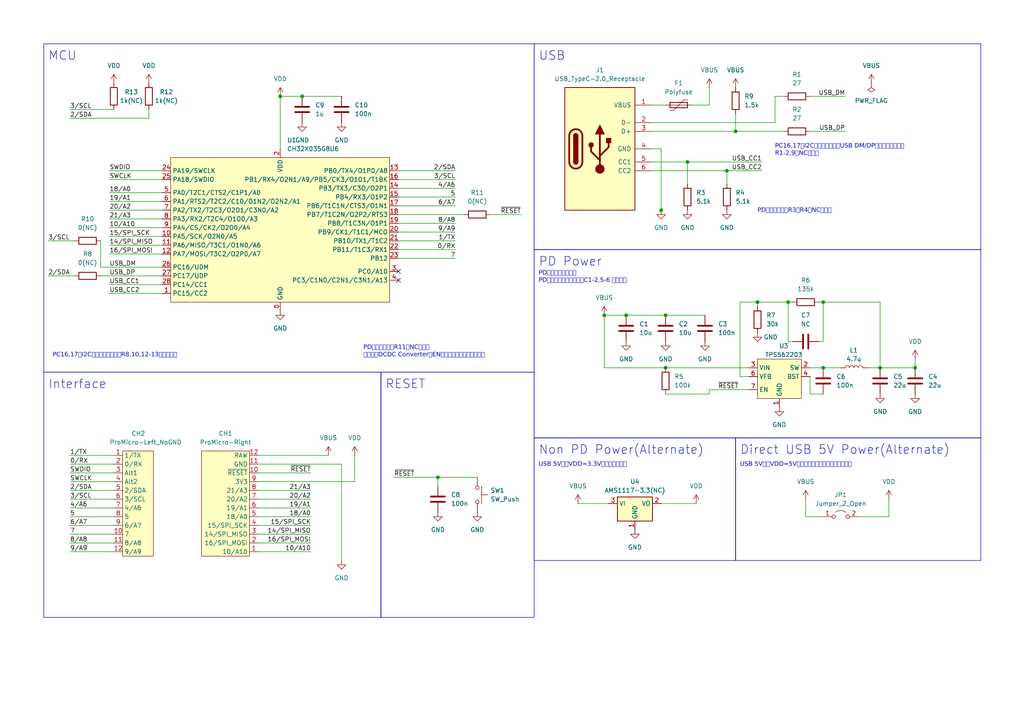
<source format=kicad_sch>
(kicad_sch (version 20230121) (generator eeschema)
  (paper "A4")
  (lib_symbols
    (symbol "74th_Interface:ProMicro-Left_NoGND"
      (property "Reference" "CH" (at 0 12.7 0))
      (property "Value" "ProMicro-Left_NoGND" (at 0 15.24 0))
      (symbol "ProMicro-Left_NoGND_0_1"
        (rectangle (start -3.81 11.43) (end 5.08 -19.05) (stroke (width 0.1524)) (fill (type background)))
      )
      (symbol "ProMicro-Left_NoGND_1_1"
        (pin bidirectional line (at -6.35 10.16 0) (length 2.54) (name "1/TX") (number "1"))
        (pin bidirectional line (at -6.35 -12.7 0) (length 2.54) (name "7") (number "10"))
        (pin bidirectional line (at -6.35 -15.24 0) (length 2.54) (name "8/A8") (number "11"))
        (pin bidirectional line (at -6.35 -17.78 0) (length 2.54) (name "9/A9") (number "12"))
        (pin bidirectional line (at -6.35 7.62 0) (length 2.54) (name "0/RX") (number "2"))
        (pin bidirectional line (at -6.35 5.08 0) (length 2.54) (name "Alt1") (number "3"))
        (pin bidirectional line (at -6.35 2.54 0) (length 2.54) (name "Alt2") (number "4"))
        (pin bidirectional line (at -6.35 0 0) (length 2.54) (name "2/SDA") (number "5"))
        (pin bidirectional line (at -6.35 -2.54 0) (length 2.54) (name "3/SCL") (number "6"))
        (pin bidirectional line (at -6.35 -5.08 0) (length 2.54) (name "4/A6") (number "7"))
        (pin bidirectional line (at -6.35 -7.62 0) (length 2.54) (name "5") (number "8"))
        (pin bidirectional line (at -6.35 -10.16 0) (length 2.54) (name "6/A7") (number "9"))
      )
    )
    (symbol "74th_Interface:ProMicro-Right"
      (property "Reference" "CH" (at 0 12.7 0))
      (property "Value" "ProMicro-Right" (at 0 15.24 0))
      (symbol "ProMicro-Right_0_1"
        (rectangle (start -3.81 11.43) (end 10.16 -19.05) (stroke (width 0.1524)) (fill (type background)))
      )
      (symbol "ProMicro-Right_1_1"
        (pin bidirectional line (at 12.7 -17.78 180) (length 2.54) (name "10/A10") (number "1"))
        (pin input line (at 12.7 5.08 180) (length 2.54) (name "~{RESET}") (number "10"))
        (pin power_in line (at 12.7 7.62 180) (length 2.54) (name "GND") (number "11"))
        (pin power_in line (at 12.7 10.16 180) (length 2.54) (name "RAW") (number "12"))
        (pin bidirectional line (at 12.7 -15.24 180) (length 2.54) (name "16/SPI_MOSI") (number "2"))
        (pin bidirectional line (at 12.7 -12.7 180) (length 2.54) (name "14/SPI_MISO") (number "3"))
        (pin bidirectional line (at 12.7 -10.16 180) (length 2.54) (name "15/SPI_SCK") (number "4"))
        (pin bidirectional line (at 12.7 -7.62 180) (length 2.54) (name "18/A0") (number "5"))
        (pin bidirectional line (at 12.7 -5.08 180) (length 2.54) (name "19/A1") (number "6"))
        (pin bidirectional line (at 12.7 -2.54 180) (length 2.54) (name "20/A2") (number "7"))
        (pin bidirectional line (at 12.7 0 180) (length 2.54) (name "21/A3") (number "8"))
        (pin power_in line (at 12.7 2.54 180) (length 2.54) (name "3V3") (number "9"))
      )
    )
    (symbol "74th_Interface:USB_TypeC-2.0_Receptacle" (pin_names (offset 1.016))
      (property "Reference" "J" (at -10.16 19.05 0))
      (property "Value" "USB_TypeC-2.0_Receptacle" (at 15.24 19.05 0))
      (symbol "USB_TypeC-2.0_Receptacle_0_1"
        (rectangle (start -10.16 17.78) (end 10.16 -17.78) (stroke (width 0.254)) (fill (type background)))
        (arc (start -8.89 -3.81) (mid -6.985 -5.7067) (end -5.08 -3.81) (stroke (width 0.508)))
        (arc (start -7.62 -3.81) (mid -6.985 -4.4423) (end -6.35 -3.81) (stroke (width 0.254)))
        (arc (start -7.62 -3.81) (mid -6.985 -4.4423) (end -6.35 -3.81) (stroke (width 0.254)) (fill (type outline)))
        (rectangle (start -7.62 -3.81) (end -6.35 3.81) (stroke (width 0.254)) (fill (type outline)))
        (arc (start -6.35 3.81) (mid -6.985 4.4423) (end -7.62 3.81) (stroke (width 0.254)))
        (arc (start -6.35 3.81) (mid -6.985 4.4423) (end -7.62 3.81) (stroke (width 0.254)) (fill (type outline)))
        (arc (start -5.08 3.81) (mid -6.985 5.7067) (end -8.89 3.81) (stroke (width 0.508)))
        (circle (center -2.54 1.143) (radius 0.635) (stroke (width 0.254)) (fill (type outline)))
        (circle (center 0 -5.842) (radius 1.27) (fill (type outline)))
        (polyline (pts (xy -8.89 -3.81) (xy -8.89 3.81)) (stroke (width 0.508)))
        (polyline (pts (xy -5.08 3.81) (xy -5.08 -3.81)) (stroke (width 0.508)))
        (polyline (pts (xy 0 -5.842) (xy 0 4.318)) (stroke (width 0.508)))
        (polyline (pts (xy 0 -3.302) (xy -2.54 -0.762) (xy -2.54 0.508)) (stroke (width 0.508)))
        (polyline (pts (xy 0 -2.032) (xy 2.54 0.508) (xy 2.54 1.778)) (stroke (width 0.508)))
        (polyline (pts (xy -1.27 4.318) (xy 0 6.858) (xy 1.27 4.318) (xy -1.27 4.318)) (stroke (width 0.254)) (fill (type outline)))
        (rectangle (start 1.905 1.778) (end 3.175 3.048) (stroke (width 0.254)) (fill (type outline)))
      )
      (symbol "USB_TypeC-2.0_Receptacle_1_1"
        (pin power_out line (at 15.24 12.7 180) (length 5.08) (name "VBUS") (number "1"))
        (pin bidirectional line (at 15.24 7.62 180) (length 5.08) (name "D-") (number "2"))
        (pin bidirectional line (at 15.24 5.08 180) (length 5.08) (name "D+") (number "3"))
        (pin power_out line (at 15.24 0 180) (length 5.08) (name "GND") (number "4"))
        (pin input line (at 15.24 -3.81 180) (length 5.08) (name "CC1") (number "5"))
        (pin input line (at 15.24 -6.35 180) (length 5.08) (name "CC2") (number "6"))
      )
    )
    (symbol "74th_MCU:CH32X035G8U6"
      (property "Reference" "U" (at 13.97 3.81 0))
      (property "Value" "CH32X035G8U6" (at 22.86 -40.64 0))
      (symbol "CH32X035G8U6_0_1"
        (rectangle (start -31.75 2.54) (end 31.75 -39.37) (fill (type background)))
      )
      (symbol "CH32X035G8U6_1_1"
        (pin power_in line (at 0 -41.91 90) (length 2.54) (name "GND") (number "0"))
        (pin bidirectional line (at -34.29 -36.83 0) (length 2.54) (name "PC15/CC2") (number "1"))
        (pin bidirectional line (at -34.29 -20.32 0) (length 2.54) (name "PA5/SCK/O2N0/A5") (number "10"))
        (pin bidirectional line (at -34.29 -22.86 0) (length 2.54) (name "PA6/MISO/T3C1/O1N0/A6") (number "11"))
        (pin bidirectional line (at -34.29 -25.4 0) (length 2.54) (name "PA7/MOSI/T3C2/O2P0/A7") (number "12"))
        (pin bidirectional line (at 34.29 -1.27 180) (length 2.54) (name "PB0/TX4/O1P0/A8") (number "13"))
        (pin bidirectional line (at 34.29 -6.35 180) (length 2.54) (name "PB3/TX3/C3O/O2P1") (number "14"))
        (pin bidirectional line (at 34.29 -8.89 180) (length 2.54) (name "PB4/RX3/O1P2") (number "15"))
        (pin bidirectional line (at 34.29 -3.81 180) (length 2.54) (name "PB1/RX4/O2N1/A9/PB5/CK3/O1O1/T1BK") (number "16"))
        (pin bidirectional line (at 34.29 -11.43 180) (length 2.54) (name "PB6/T1C1N/CTS3/O1N1") (number "17"))
        (pin bidirectional line (at 34.29 -13.97 180) (length 2.54) (name "PB7/T1C2N/O2P2/RTS3") (number "18"))
        (pin bidirectional line (at 34.29 -16.51 180) (length 2.54) (name "PB8/T1C3N/O1P1") (number "19"))
        (pin power_in line (at 0 5.08 270) (length 2.54) (name "VDD") (number "2"))
        (pin bidirectional line (at 34.29 -19.05 180) (length 2.54) (name "PB9/CK1/T1C1/MCO") (number "20"))
        (pin bidirectional line (at 34.29 -21.59 180) (length 2.54) (name "PB10/TX1/T1C2") (number "21"))
        (pin bidirectional line (at 34.29 -24.13 180) (length 2.54) (name "PB11/T1C3/RX1") (number "22"))
        (pin bidirectional line (at 34.29 -26.67 180) (length 2.54) (name "PB12") (number "23"))
        (pin bidirectional line (at -34.29 -1.27 0) (length 2.54) (name "PA19/SWCLK") (number "24"))
        (pin bidirectional line (at -34.29 -3.81 0) (length 2.54) (name "PA18/SWDIO") (number "25"))
        (pin bidirectional line (at -34.29 -29.21 0) (length 2.54) (name "PC16/UDM") (number "26"))
        (pin bidirectional line (at -34.29 -31.75 0) (length 2.54) (name "PC17/UDP") (number "27"))
        (pin bidirectional line (at -34.29 -34.29 0) (length 2.54) (name "PC14/CC1") (number "28"))
        (pin bidirectional line (at 34.29 -30.48 180) (length 2.54) (name "PC0/A10") (number "3"))
        (pin bidirectional line (at 34.29 -33.02 180) (length 2.54) (name "PC3/C1N0/C2N1/C3N1/A13") (number "4"))
        (pin bidirectional line (at -34.29 -7.62 0) (length 2.54) (name "PA0/T2C1/CTS2/C1P1/A0") (number "5"))
        (pin bidirectional line (at -34.29 -10.16 0) (length 2.54) (name "PA1/RTS2/T2C2/C10/O1N2/O2N2/A1") (number "6"))
        (pin bidirectional line (at -34.29 -12.7 0) (length 2.54) (name "PA2/TX2/T2C3/O2O1/C3N0/A2") (number "7"))
        (pin bidirectional line (at -34.29 -15.24 0) (length 2.54) (name "PA3/RX2/T2C4/O1O0/A3") (number "8"))
        (pin bidirectional line (at -34.29 -17.78 0) (length 2.54) (name "PA4/CS/CK2/O2O0/A4") (number "9"))
      )
    )
    (symbol "74th_Passive:AMS1117-3.3_Regulator_SOT89"
      (property "Reference" "U" (at -3.81 3.175 0))
      (property "Value" "AMS1117" (at 0 3.175 0))
      (symbol "AMS1117-3.3_Regulator_SOT89_0_1"
        (rectangle (start -5.08 1.905) (end 5.08 -5.08) (stroke (width 0.254)) (fill (type background)))
      )
      (symbol "AMS1117-3.3_Regulator_SOT89_1_1"
        (pin power_in line (at 0 -7.62 90) (length 2.54) (name "GND") (number "1"))
        (pin power_out line (at 7.62 0 180) (length 2.54) (name "VO") (number "2"))
        (pin power_in line (at -7.62 0 0) (length 2.54) (name "VI") (number "3"))
      )
    )
    (symbol "74th_Passive:TPS56220x_Step-Down-DCDC-Converter"
      (property "Reference" "U" (at 0 7.62 0))
      (property "Value" "TPS562203" (at 0 5.08 0))
      (symbol "TPS56220x_Step-Down-DCDC-Converter_1_1"
        (rectangle (start -6.35 3.81) (end 6.35 -7.62) (fill (type background)))
        (pin power_in line (at 0 -10.16 90) (length 2.54) (name "GND") (number "1"))
        (pin power_out line (at 8.89 1.27 180) (length 2.54) (name "SW") (number "2"))
        (pin power_in line (at -8.89 1.27 0) (length 2.54) (name "VIN") (number "3"))
        (pin power_out line (at 8.89 -1.27 180) (length 2.54) (name "BST") (number "4"))
        (pin input line (at -8.89 -1.27 0) (length 2.54) (name "VFB") (number "6"))
        (pin input line (at -8.89 -5.08 0) (length 2.54) (name "EN") (number "7"))
      )
    )
    (symbol "Device:C" (pin_numbers hide) (pin_names (offset 0.254))
      (property "Reference" "C" (at 0.635 2.54 0))
      (property "Value" "C" (at 0.635 -2.54 0))
      (symbol "C_0_1"
        (polyline (pts (xy -2.032 -0.762) (xy 2.032 -0.762)) (stroke (width 0.508)))
        (polyline (pts (xy -2.032 0.762) (xy 2.032 0.762)) (stroke (width 0.508)))
      )
      (symbol "C_1_1"
        (pin passive line (at 0 3.81 270) (length 2.794) (name "~") (number "1"))
        (pin passive line (at 0 -3.81 90) (length 2.794) (name "~") (number "2"))
      )
    )
    (symbol "Device:L" (pin_numbers hide) (pin_names (offset 1.016) hide)
      (property "Reference" "L" (at -1.27 0 90))
      (property "Value" "L" (at 1.905 0 90))
      (symbol "L_0_1"
        (arc (start 0 -2.54) (mid 0.6323 -1.905) (end 0 -1.27))
        (arc (start 0 -1.27) (mid 0.6323 -0.635) (end 0 0))
        (arc (start 0 0) (mid 0.6323 0.635) (end 0 1.27))
        (arc (start 0 1.27) (mid 0.6323 1.905) (end 0 2.54))
      )
      (symbol "L_1_1"
        (pin passive line (at 0 3.81 270) (length 1.27) (name "1") (number "1"))
        (pin passive line (at 0 -3.81 90) (length 1.27) (name "2") (number "2"))
      )
    )
    (symbol "Device:Polyfuse" (pin_numbers hide) (pin_names (offset 0))
      (property "Reference" "F" (at -2.54 0 90))
      (property "Value" "Polyfuse" (at 2.54 0 90))
      (symbol "Polyfuse_0_1"
        (rectangle (start -0.762 2.54) (end 0.762 -2.54) (stroke (width 0.254)))
        (polyline (pts (xy 0 2.54) (xy 0 -2.54)))
        (polyline (pts (xy -1.524 2.54) (xy -1.524 1.524) (xy 1.524 -1.524) (xy 1.524 -2.54)))
      )
      (symbol "Polyfuse_1_1"
        (pin passive line (at 0 3.81 270) (length 1.27) (name "~") (number "1"))
        (pin passive line (at 0 -3.81 90) (length 1.27) (name "~") (number "2"))
      )
    )
    (symbol "Device:R" (pin_numbers hide) (pin_names (offset 0))
      (property "Reference" "R" (at 2.032 0 90))
      (property "Value" "R" (at 0 0 90))
      (symbol "R_0_1"
        (rectangle (start -1.016 -2.54) (end 1.016 2.54) (stroke (width 0.254)))
      )
      (symbol "R_1_1"
        (pin passive line (at 0 3.81 270) (length 1.27) (name "~") (number "1"))
        (pin passive line (at 0 -3.81 90) (length 1.27) (name "~") (number "2"))
      )
    )
    (symbol "Jumper:Jumper_2_Open" (pin_names (offset 0) hide)
      (property "Reference" "JP" (at 0 2.794 0))
      (property "Value" "Jumper_2_Open" (at 0 -2.286 0))
      (symbol "Jumper_2_Open_0_0"
        (circle (center -2.032 0) (radius 0.508))
        (circle (center 2.032 0) (radius 0.508))
      )
      (symbol "Jumper_2_Open_0_1"
        (arc (start 1.524 1.27) (mid 0 1.778) (end -1.524 1.27))
      )
      (symbol "Jumper_2_Open_1_1"
        (pin passive line (at -5.08 0 0) (length 2.54) (name "A") (number "1"))
        (pin passive line (at 5.08 0 180) (length 2.54) (name "B") (number "2"))
      )
    )
    (symbol "Switch:SW_Push" (pin_numbers hide) (pin_names (offset 1.016) hide)
      (property "Reference" "SW" (at 1.27 2.54 0))
      (property "Value" "SW_Push" (at 0 -1.524 0))
      (symbol "SW_Push_0_1"
        (circle (center -2.032 0) (radius 0.508))
        (polyline (pts (xy 0 1.27) (xy 0 3.048)))
        (polyline (pts (xy 2.54 1.27) (xy -2.54 1.27)))
        (circle (center 2.032 0) (radius 0.508))
        (pin passive line (at -5.08 0 0) (length 2.54) (name "1") (number "1"))
        (pin passive line (at 5.08 0 180) (length 2.54) (name "2") (number "2"))
      )
    )
    (symbol "power:GND" (power) (pin_names (offset 0))
      (property "Value" "GND" (at 0 -3.81 0))
      (symbol "GND_0_1"
        (polyline (pts (xy 0 0) (xy 0 -1.27) (xy 1.27 -1.27) (xy 0 -2.54) (xy -1.27 -1.27) (xy 0 -1.27)))
      )
      (symbol "GND_1_1"
        (pin power_in line (at 0 0 270) (length 0) hide (name "GND") (number "1"))
      )
    )
    (symbol "power:PWR_FLAG" (power) (pin_numbers hide) (pin_names (offset 0) hide)
      (property "Value" "PWR_FLAG" (at 0 3.81 0))
      (symbol "PWR_FLAG_0_0"
        (pin power_out line (at 0 0 90) (length 0) (name "pwr") (number "1"))
      )
      (symbol "PWR_FLAG_0_1"
        (polyline (pts (xy 0 0) (xy 0 1.27) (xy -1.016 1.905) (xy 0 2.54) (xy 1.016 1.905) (xy 0 1.27)))
      )
    )
    (symbol "power:VBUS" (power) (pin_names (offset 0))
      (property "Value" "VBUS" (at 0 3.81 0))
      (symbol "VBUS_0_1"
        (polyline (pts (xy -0.762 1.27) (xy 0 2.54)))
        (polyline (pts (xy 0 0) (xy 0 2.54)))
        (polyline (pts (xy 0 2.54) (xy 0.762 1.27)))
      )
      (symbol "VBUS_1_1"
        (pin power_in line (at 0 0 90) (length 0) hide (name "VBUS") (number "1"))
      )
    )
    (symbol "power:VDD" (power) (pin_names (offset 0))
      (property "Value" "VDD" (at 0 3.81 0))
      (symbol "VDD_0_1"
        (polyline (pts (xy -0.762 1.27) (xy 0 2.54)))
        (polyline (pts (xy 0 0) (xy 0 2.54)))
        (polyline (pts (xy 0 2.54) (xy 0.762 1.27)))
      )
      (symbol "VDD_1_1"
        (pin power_in line (at 0 0 90) (length 0) hide (name "VDD") (number "1"))
      )
    )
  )
  (junction (at 219.71 87.63))
  (junction (at 228.6 87.63))
  (junction (at 175.26 91.44))
  (junction (at 265.43 106.68))
  (junction (at 255.27 106.68))
  (junction (at 193.04 106.68))
  (junction (at 81.28 27.94))
  (junction (at 87.63 27.94))
  (junction (at 213.36 38.1))
  (junction (at 210.82 49.53))
  (junction (at 191.77 60.96))
  (junction (at 127 138.43))
  (junction (at 193.04 91.44))
  (junction (at 199.39 46.99))
  (junction (at 238.76 106.68))
  (junction (at 181.61 91.44))
  (junction (at 238.76 87.63))
  (no_connect (at 115.57 78.74))
  (no_connect (at 115.57 81.28))
  (wire (pts (xy 228.6 87.63) (xy 228.6 99.06)))
  (wire (pts (xy 200.66 30.48) (xy 205.74 30.48)))
  (wire (pts (xy 31.75 60.96) (xy 46.99 60.96)))
  (wire (pts (xy 205.74 114.3) (xy 193.04 114.3)))
  (wire (pts (xy 74.93 132.08) (xy 95.25 132.08)))
  (wire (pts (xy 175.26 106.68) (xy 193.04 106.68)))
  (wire (pts (xy 127 138.43) (xy 138.43 138.43)))
  (wire (pts (xy 43.18 34.29) (xy 43.18 31.75)))
  (wire (pts (xy 115.57 74.93) (xy 132.08 74.93)))
  (wire (pts (xy 234.95 38.1) (xy 245.11 38.1)))
  (wire (pts (xy 31.75 52.07) (xy 46.99 52.07)))
  (wire (pts (xy 189.23 43.18) (xy 191.77 43.18)))
  (wire (pts (xy 238.76 99.06) (xy 238.76 87.63)))
  (wire (pts (xy 115.57 52.07) (xy 132.08 52.07)))
  (wire (pts (xy 205.74 30.48) (xy 205.74 25.4)))
  (wire (pts (xy 189.23 46.99) (xy 199.39 46.99)))
  (wire (pts (xy 74.93 154.94) (xy 90.17 154.94)))
  (wire (pts (xy 233.68 149.86) (xy 238.76 149.86)))
  (wire (pts (xy 205.74 113.03) (xy 217.17 113.03)))
  (wire (pts (xy 175.26 91.44) (xy 181.61 91.44)))
  (wire (pts (xy 255.27 106.68) (xy 265.43 106.68)))
  (wire (pts (xy 233.68 144.78) (xy 233.68 149.86)))
  (wire (pts (xy 115.57 67.31) (xy 132.08 67.31)))
  (wire (pts (xy 74.93 157.48) (xy 90.17 157.48)))
  (wire (pts (xy 193.04 106.68) (xy 217.17 106.68)))
  (wire (pts (xy 181.61 91.44) (xy 193.04 91.44)))
  (wire (pts (xy 114.3 138.43) (xy 127 138.43)))
  (wire (pts (xy 265.43 104.14) (xy 265.43 106.68)))
  (wire (pts (xy 214.63 109.22) (xy 214.63 87.63)))
  (wire (pts (xy 214.63 87.63) (xy 219.71 87.63)))
  (wire (pts (xy 199.39 46.99) (xy 199.39 53.34)))
  (wire (pts (xy 217.17 109.22) (xy 214.63 109.22)))
  (wire (pts (xy 193.04 91.44) (xy 204.47 91.44)))
  (wire (pts (xy 219.71 87.63) (xy 228.6 87.63)))
  (wire (pts (xy 175.26 106.68) (xy 175.26 91.44)))
  (wire (pts (xy 20.32 149.86) (xy 33.02 149.86)))
  (wire (pts (xy 115.57 64.77) (xy 132.08 64.77)))
  (wire (pts (xy 210.82 49.53) (xy 210.82 53.34)))
  (wire (pts (xy 115.57 62.23) (xy 134.62 62.23)))
  (wire (pts (xy 13.97 69.85) (xy 21.59 69.85)))
  (wire (pts (xy 74.93 134.62) (xy 99.06 134.62)))
  (wire (pts (xy 74.93 160.02) (xy 90.17 160.02)))
  (wire (pts (xy 31.75 66.04) (xy 46.99 66.04)))
  (wire (pts (xy 115.57 49.53) (xy 132.08 49.53)))
  (wire (pts (xy 191.77 60.96) (xy 191.77 62.23)))
  (wire (pts (xy 31.75 58.42) (xy 46.99 58.42)))
  (wire (pts (xy 29.21 69.85) (xy 29.21 77.47)))
  (wire (pts (xy 213.36 33.02) (xy 213.36 38.1)))
  (wire (pts (xy 176.53 146.05) (xy 167.64 146.05)))
  (wire (pts (xy 237.49 99.06) (xy 238.76 99.06)))
  (wire (pts (xy 31.75 68.58) (xy 46.99 68.58)))
  (wire (pts (xy 224.79 27.94) (xy 227.33 27.94)))
  (wire (pts (xy 20.32 139.7) (xy 33.02 139.7)))
  (wire (pts (xy 31.75 55.88) (xy 46.99 55.88)))
  (wire (pts (xy 102.87 139.7) (xy 102.87 132.08)))
  (wire (pts (xy 31.75 82.55) (xy 46.99 82.55)))
  (wire (pts (xy 87.63 27.94) (xy 99.06 27.94)))
  (wire (pts (xy 115.57 54.61) (xy 132.08 54.61)))
  (wire (pts (xy 74.93 139.7) (xy 102.87 139.7)))
  (wire (pts (xy 234.95 27.94) (xy 245.11 27.94)))
  (wire (pts (xy 189.23 30.48) (xy 193.04 30.48)))
  (wire (pts (xy 219.71 87.63) (xy 219.71 88.9)))
  (wire (pts (xy 29.21 77.47) (xy 46.99 77.47)))
  (wire (pts (xy 31.75 85.09) (xy 46.99 85.09)))
  (wire (pts (xy 115.57 69.85) (xy 132.08 69.85)))
  (wire (pts (xy 31.75 71.12) (xy 46.99 71.12)))
  (wire (pts (xy 20.32 31.75) (xy 33.02 31.75)))
  (wire (pts (xy 224.79 35.56) (xy 224.79 27.94)))
  (wire (pts (xy 189.23 49.53) (xy 210.82 49.53)))
  (wire (pts (xy 243.84 106.68) (xy 238.76 106.68)))
  (wire (pts (xy 189.23 38.1) (xy 213.36 38.1)))
  (wire (pts (xy 20.32 152.4) (xy 33.02 152.4)))
  (wire (pts (xy 251.46 106.68) (xy 255.27 106.68)))
  (wire (pts (xy 31.75 63.5) (xy 46.99 63.5)))
  (wire (pts (xy 213.36 38.1) (xy 227.33 38.1)))
  (wire (pts (xy 20.32 144.78) (xy 33.02 144.78)))
  (wire (pts (xy 255.27 87.63) (xy 238.76 87.63)))
  (wire (pts (xy 189.23 35.56) (xy 224.79 35.56)))
  (wire (pts (xy 228.6 99.06) (xy 229.87 99.06)))
  (wire (pts (xy 115.57 57.15) (xy 132.08 57.15)))
  (wire (pts (xy 29.21 80.01) (xy 46.99 80.01)))
  (wire (pts (xy 20.32 142.24) (xy 33.02 142.24)))
  (wire (pts (xy 238.76 87.63) (xy 237.49 87.63)))
  (wire (pts (xy 20.32 157.48) (xy 33.02 157.48)))
  (wire (pts (xy 74.93 152.4) (xy 90.17 152.4)))
  (wire (pts (xy 99.06 134.62) (xy 99.06 162.56)))
  (wire (pts (xy 191.77 43.18) (xy 191.77 60.96)))
  (wire (pts (xy 13.97 80.01) (xy 21.59 80.01)))
  (wire (pts (xy 20.32 160.02) (xy 33.02 160.02)))
  (wire (pts (xy 115.57 72.39) (xy 132.08 72.39)))
  (wire (pts (xy 20.32 147.32) (xy 33.02 147.32)))
  (wire (pts (xy 31.75 73.66) (xy 46.99 73.66)))
  (wire (pts (xy 115.57 59.69) (xy 132.08 59.69)))
  (wire (pts (xy 210.82 49.53) (xy 220.98 49.53)))
  (wire (pts (xy 234.95 106.68) (xy 238.76 106.68)))
  (wire (pts (xy 81.28 27.94) (xy 81.28 43.18)))
  (wire (pts (xy 74.93 142.24) (xy 90.17 142.24)))
  (wire (pts (xy 74.93 149.86) (xy 90.17 149.86)))
  (wire (pts (xy 229.87 87.63) (xy 228.6 87.63)))
  (wire (pts (xy 257.81 149.86) (xy 248.92 149.86)))
  (wire (pts (xy 74.93 137.16) (xy 90.17 137.16)))
  (wire (pts (xy 81.28 27.94) (xy 87.63 27.94)))
  (wire (pts (xy 127 138.43) (xy 127 140.97)))
  (wire (pts (xy 74.93 147.32) (xy 90.17 147.32)))
  (wire (pts (xy 199.39 46.99) (xy 220.98 46.99)))
  (wire (pts (xy 257.81 144.78) (xy 257.81 149.86)))
  (wire (pts (xy 20.32 134.62) (xy 33.02 134.62)))
  (wire (pts (xy 20.32 132.08) (xy 33.02 132.08)))
  (wire (pts (xy 20.32 137.16) (xy 33.02 137.16)))
  (wire (pts (xy 20.32 154.94) (xy 33.02 154.94)))
  (wire (pts (xy 191.77 146.05) (xy 201.93 146.05)))
  (wire (pts (xy 74.93 144.78) (xy 90.17 144.78)))
  (wire (pts (xy 234.95 109.22) (xy 234.95 114.3)))
  (wire (pts (xy 142.24 62.23) (xy 151.13 62.23)))
  (wire (pts (xy 205.74 114.3) (xy 205.74 113.03)))
  (wire (pts (xy 31.75 49.53) (xy 46.99 49.53)))
  (wire (pts (xy 20.32 34.29) (xy 43.18 34.29)))
  (wire (pts (xy 255.27 106.68) (xy 255.27 87.63)))
  (wire (pts (xy 234.95 114.3) (xy 238.76 114.3)))
  (rectangle (start 154.94 12.7) (end 284.48 72.39))
  (rectangle (start 154.94 72.39) (end 284.48 127))
  (rectangle (start 213.36 127) (end 284.48 162.56))
  (rectangle (start 12.7 107.95) (end 110.49 179.07))
  (rectangle (start 12.7 12.7) (end 154.94 107.95))
  (rectangle (start 154.94 127) (end 213.36 162.56))
  (rectangle (start 110.49 107.95) (end 154.94 179.07))
  (text "MCU" (at 13.97 17.78 0) (effects (font (size 2.54 2.54)) (justify left bottom)))
  (text "Direct USB 5V Power(Alternate)" (at 214.63 132.08 0) (effects (font (size 2.54 2.54)) (justify left bottom)))
  (text "PDを使う場合はR11をNCにする\nその時はDCDC ConverterのENがリセットとして機能する" (at 105.41 104.14 0) (effects (font (size 1.27 1.27)) (justify left bottom)))
  (text "USB" (at 156.21 17.78 0) (effects (font (size 2.54 2.54)) (justify left bottom)))
  (text "PC16,17をI2Cで使う場合や、USB DM/DPを使わない場合、\nR1-2,9をNCにする" (at 224.79 45.72 0) (effects (font (size 1.27 1.27)) (justify left bottom)))
  (text "PDを使う場合はR3、R4をNCにする" (at 219.71 62.23 0) (effects (font (size 1.27 1.27)) (justify left bottom)))
  (text "PD Power" (at 156.21 77.47 0) (effects (font (size 2.54 2.54)) (justify left bottom)))
  (text "PC16,17をI2Cとして使う場合、R8,10,12-13を実装する" (at 15.24 104.14 0) (effects (font (size 1.27 1.27)) (justify left bottom)))
  (text "Non PD Power(Alternate)" (at 156.21 132.08 0) (effects (font (size 2.54 2.54)) (justify left bottom)))
  (text "Interface" (at 13.97 113.03 0) (effects (font (size 2.54 2.54)) (justify left bottom)))
  (text "USB 5VからVDD=5Vにする場合のみ、ジャンパさせる" (at 214.63 135.89 0) (effects (font (size 1.27 1.27)) (justify left bottom)))
  (text "RESET" (at 111.76 113.03 0) (effects (font (size 2.54 2.54)) (justify left bottom)))
  (text "PDを使い場合のみ。\nPDを使わない場合でも、C1-2,5-6 は必要。" (at 156.21 82.55 0) (effects (font (size 1.27 1.27)) (justify left bottom)))
  (text "USB 5VからVDD=3.3Vにする場合のみ" (at 156.21 135.89 0) (effects (font (size 1.27 1.27)) (justify left bottom)))
  (label "15{slash}SPI_SCK" (at 31.75 68.58 0))
  (label "5" (at 20.32 149.86 0))
  (label "2{slash}SDA" (at 20.32 142.24 0))
  (label "16{slash}SPI_MOSI" (at 31.75 73.66 0))
  (label "2{slash}SDA" (at 13.97 80.01 0))
  (label "8{slash}A8" (at 20.32 157.48 0))
  (label "3{slash}SCL" (at 20.32 144.78 0))
  (label "~{RESET}" (at 90.17 137.16 180))
  (label "20{slash}A2" (at 31.75 60.96 0))
  (label "SWDIO" (at 31.75 49.53 0))
  (label "~{RESET}" (at 151.13 62.23 180))
  (label "USB_CC1" (at 220.98 46.99 180))
  (label "0{slash}RX" (at 132.08 72.39 180))
  (label "USB_CC2" (at 31.75 85.09 0))
  (label "14{slash}SPI_MISO" (at 90.17 154.94 180))
  (label "4{slash}A6" (at 20.32 147.32 0))
  (label "7" (at 132.08 74.93 180))
  (label "19{slash}A1" (at 90.17 147.32 180))
  (label "1{slash}TX" (at 132.08 69.85 180))
  (label "USB_DP" (at 31.75 80.01 0))
  (label "20{slash}A2" (at 90.17 144.78 180))
  (label "~{RESET}" (at 208.28 113.03 0))
  (label "3{slash}SCL" (at 20.32 31.75 0))
  (label "18{slash}A0" (at 31.75 55.88 0))
  (label "2{slash}SDA" (at 132.08 49.53 180))
  (label "21{slash}A3" (at 31.75 63.5 0))
  (label "19{slash}A1" (at 31.75 58.42 0))
  (label "0{slash}RX" (at 20.32 134.62 0))
  (label "SWDIO" (at 20.32 137.16 0))
  (label "10{slash}A10" (at 90.17 160.02 180))
  (label "15{slash}SPI_SCK" (at 90.17 152.4 180))
  (label "21{slash}A3" (at 90.17 142.24 180))
  (label "3{slash}SCL" (at 13.97 69.85 0))
  (label "5" (at 132.08 57.15 180))
  (label "16{slash}SPI_MOSI" (at 90.17 157.48 180))
  (label "6{slash}A7" (at 132.08 59.69 180))
  (label "10{slash}A10" (at 31.75 66.04 0))
  (label "1{slash}TX" (at 20.32 132.08 0))
  (label "14{slash}SPI_MISO" (at 31.75 71.12 0))
  (label "SWCLK" (at 31.75 52.07 0))
  (label "~{RESET}" (at 114.3 138.43 0))
  (label "2{slash}SDA" (at 20.32 34.29 0))
  (label "7" (at 20.32 154.94 0))
  (label "USB_DM" (at 245.11 27.94 180))
  (label "3{slash}SCL" (at 132.08 52.07 180))
  (label "USB_CC2" (at 220.98 49.53 180))
  (label "4{slash}A6" (at 132.08 54.61 180))
  (label "SWCLK" (at 20.32 139.7 0))
  (label "18{slash}A0" (at 90.17 149.86 180))
  (label "8{slash}A8" (at 132.08 64.77 180))
  (label "USB_DP" (at 245.11 38.1 180))
  (label "USB_DM" (at 31.75 77.47 0))
  (label "USB_CC1" (at 31.75 82.55 0))
  (label "6{slash}A7" (at 20.32 152.4 0))
  (label "9{slash}A9" (at 132.08 67.31 180))
  (label "9{slash}A9" (at 20.32 160.02 0))
  (symbol (lib_id "power:VDD") (at 81.28 27.94 0) (unit 1)
    (property "Reference" "#PWR019" (effects hide))
    (property "Value" "VDD" (at 81.28 22.86 0))
  )
  (symbol (lib_id "power:VDD") (at 257.81 144.78 0) (unit 1)
    (property "Reference" "#PWR016" (effects hide))
    (property "Value" "VDD" (at 257.81 139.7 0))
  )
  (symbol (lib_id "power:VDD") (at 43.18 24.13 0) (unit 1)
    (property "Reference" "#PWR030" (effects hide))
    (property "Value" "VDD" (at 43.18 19.05 0))
  )
  (symbol (lib_id "power:GND") (at 191.77 60.96 0) (unit 1)
    (property "Reference" "#PWR04" (effects hide))
    (property "Value" "GND" (at 191.77 66.04 0))
  )
  (symbol (lib_id "power:GND") (at 255.27 114.3 0) (unit 1)
    (property "Reference" "#PWR011" (effects hide))
    (property "Value" "GND" (at 255.27 119.38 0))
  )
  (symbol (lib_id "Switch:SW_Push") (at 138.43 143.51 270) (unit 1)
    (property "Reference" "SW1" (at 142.24 142.24 90) (effects (justify left)))
    (property "Value" "SW_Push" (at 142.24 144.78 90) (effects (justify left)))
  )
  (symbol (lib_id "Device:R") (at 193.04 110.49 0) (unit 1)
    (property "Reference" "R5" (at 195.58 109.22 0) (effects (justify left)))
    (property "Value" "100k" (at 195.58 111.76 0) (effects (justify left)))
  )
  (symbol (lib_id "Device:C") (at 99.06 31.75 0) (unit 1)
    (property "Reference" "C10" (at 102.87 30.48 0) (effects (justify left)))
    (property "Value" "100n" (at 102.87 33.02 0) (effects (justify left)))
  )
  (symbol (lib_id "74th_Passive:AMS1117-3.3_Regulator_SOT89") (at 184.15 146.05 0) (unit 1)
    (property "Reference" "U4" (at 184.15 139.7 0))
    (property "Value" "AMS1117-3.3(NC)" (at 184.15 142.24 0))
    (property "Footprint" "Package_TO_SOT_SMD:SOT-89-3" (effects hide))
  )
  (symbol (lib_id "power:GND") (at 81.28 90.17 0) (unit 1)
    (property "Reference" "#PWR021" (effects hide))
    (property "Value" "GND" (at 81.28 95.25 0))
  )
  (symbol (lib_id "Device:R") (at 219.71 92.71 0) (unit 1)
    (property "Reference" "R7" (at 222.25 91.44 0) (effects (justify left)))
    (property "Value" "30k" (at 222.25 93.98 0) (effects (justify left)))
  )
  (symbol (lib_id "power:VBUS") (at 233.68 144.78 0) (unit 1)
    (property "Reference" "#PWR024" (effects hide))
    (property "Value" "VBUS" (at 233.68 139.7 0))
  )
  (symbol (lib_id "Jumper:Jumper_2_Open") (at 243.84 149.86 0) (unit 1)
    (property "Reference" "JP1" (at 243.84 143.51 0))
    (property "Value" "Jumper_2_Open" (at 243.84 146.05 0))
  )
  (symbol (lib_id "power:VDD") (at 33.02 24.13 0) (unit 1)
    (property "Reference" "#PWR031" (effects hide))
    (property "Value" "VDD" (at 33.02 19.05 0))
  )
  (symbol (lib_id "power:GND") (at 87.63 35.56 0) (unit 1)
    (property "Reference" "#PWR027" (effects hide))
    (property "Value" "GND" (at 87.63 40.64 0))
  )
  (symbol (lib_id "Device:C") (at 87.63 31.75 0) (unit 1)
    (property "Reference" "C9" (at 91.44 30.48 0) (effects (justify left)))
    (property "Value" "1u" (at 91.44 33.02 0) (effects (justify left)))
  )
  (symbol (lib_id "Device:R") (at 210.82 57.15 0) (unit 1)
    (property "Reference" "R4" (at 213.36 55.88 0) (effects (justify left)))
    (property "Value" "5.1k" (at 213.36 58.42 0) (effects (justify left)))
  )
  (symbol (lib_id "Device:R") (at 25.4 69.85 270) (unit 1)
    (property "Reference" "R10" (at 25.4 63.5 90))
    (property "Value" "0(NC)" (at 25.4 66.04 90))
  )
  (symbol (lib_id "power:VBUS") (at 252.73 24.13 0) (unit 1)
    (property "Reference" "#PWR029" (effects hide))
    (property "Value" "VBUS" (at 252.73 19.05 0))
  )
  (symbol (lib_id "power:GND") (at 193.04 99.06 0) (unit 1)
    (property "Reference" "#PWR09" (effects hide))
    (property "Value" "GND" (at 193.04 104.14 0))
  )
  (symbol (lib_id "74th_MCU:CH32X035G8U6") (at 81.28 48.26 0) (unit 1)
    (property "Reference" "U1" (at 83.2359 40.64 0) (effects (justify left)))
    (property "Value" "CH32X035G8U6" (at 83.2359 43.18 0) (effects (justify left)))
    (property "Footprint" "Package_DFN_QFN:QFN-28-1EP_4x4mm_P0.4mm_EP2.3x2.3mm" (effects hide))
    (property "Datasheet" "https://www.wch-ic.com/downloads/CH32X035DS0_PDF.html" (effects hide))
  )
  (symbol (lib_id "power:GND") (at 184.15 153.67 0) (unit 1)
    (property "Reference" "#PWR015" (effects hide))
    (property "Value" "GND" (at 184.15 158.75 0))
  )
  (symbol (lib_id "Device:R") (at 233.68 87.63 270) (unit 1)
    (property "Reference" "R6" (at 233.68 81.28 90))
    (property "Value" "135k" (at 233.68 83.82 90))
  )
  (symbol (lib_id "Device:R") (at 231.14 38.1 270) (unit 1)
    (property "Reference" "R2" (at 231.14 31.75 90))
    (property "Value" "27" (at 231.14 34.29 90))
  )
  (symbol (lib_id "74th_Interface:ProMicro-Right") (at 62.23 142.24 0) (unit 1)
    (property "Reference" "CH1" (at 65.405 125.73 0))
    (property "Value" "ProMicro-Right" (at 65.405 128.27 0))
  )
  (symbol (lib_id "Device:C") (at 181.61 95.25 0) (unit 1)
    (property "Reference" "C1" (at 185.42 93.98 0) (effects (justify left)))
    (property "Value" "10u" (at 185.42 96.52 0) (effects (justify left)))
  )
  (symbol (lib_id "power:VBUS") (at 175.26 91.44 0) (unit 1)
    (property "Reference" "#PWR05" (effects hide))
    (property "Value" "VBUS" (at 175.26 86.36 0))
  )
  (symbol (lib_id "Device:R") (at 231.14 27.94 270) (unit 1)
    (property "Reference" "R1" (at 231.14 21.59 90))
    (property "Value" "27" (at 231.14 24.13 90))
  )
  (symbol (lib_id "Device:C") (at 127 144.78 0) (unit 1)
    (property "Reference" "C8" (at 130.81 143.51 0) (effects (justify left)))
    (property "Value" "100n" (at 130.81 146.05 0) (effects (justify left)))
  )
  (symbol (lib_id "Device:L") (at 247.65 106.68 90) (unit 1)
    (property "Reference" "L1" (at 247.65 101.6 90))
    (property "Value" "4.7u" (at 247.65 104.14 90))
  )
  (symbol (lib_id "power:GND") (at 99.06 35.56 0) (unit 1)
    (property "Reference" "#PWR028" (effects hide))
    (property "Value" "GND" (at 99.06 40.64 0))
  )
  (symbol (lib_id "Device:R") (at 138.43 62.23 270) (unit 1)
    (property "Reference" "R11" (at 138.43 55.88 90))
    (property "Value" "0(NC)" (at 138.43 58.42 90))
  )
  (symbol (lib_id "power:GND") (at 138.43 148.59 0) (unit 1)
    (property "Reference" "#PWR020" (effects hide))
    (property "Value" "GND" (at 138.43 153.67 0))
  )
  (symbol (lib_id "74th_Interface:USB_TypeC-2.0_Receptacle") (at 173.99 43.18 0) (unit 1)
    (property "Reference" "J1" (at 173.99 20.32 0))
    (property "Value" "USB_TypeC-2.0_Receptacle" (at 173.99 22.86 0))
    (property "Datasheet" "https://www.usb.org/sites/default/files/documents/usb_type-c.zip" (effects hide))
  )
  (symbol (lib_id "Device:R") (at 25.4 80.01 270) (unit 1)
    (property "Reference" "R8" (at 25.4 73.66 90))
    (property "Value" "0(NC)" (at 25.4 76.2 90))
  )
  (symbol (lib_id "Device:C") (at 204.47 95.25 0) (unit 1)
    (property "Reference" "C3" (at 208.28 93.98 0) (effects (justify left)))
    (property "Value" "100n" (at 208.28 96.52 0) (effects (justify left)))
  )
  (symbol (lib_id "power:GND") (at 127 148.59 0) (unit 1)
    (property "Reference" "#PWR023" (effects hide))
    (property "Value" "GND" (at 127 153.67 0))
  )
  (symbol (lib_id "power:GND") (at 199.39 60.96 0) (unit 1)
    (property "Reference" "#PWR02" (effects hide))
    (property "Value" "GND" (at 199.39 66.04 0))
  )
  (symbol (lib_id "power:VBUS") (at 167.64 146.05 0) (unit 1)
    (property "Reference" "#PWR08" (effects hide))
    (property "Value" "VBUS" (at 167.64 140.97 0))
  )
  (symbol (lib_id "power:GND") (at 210.82 60.96 0) (unit 1)
    (property "Reference" "#PWR03" (effects hide))
    (property "Value" "GND" (at 210.82 66.04 0))
  )
  (symbol (lib_id "Device:C") (at 265.43 110.49 0) (unit 1)
    (property "Reference" "C4" (at 269.24 109.22 0) (effects (justify left)))
    (property "Value" "22u" (at 269.24 111.76 0) (effects (justify left)))
  )
  (symbol (lib_id "power:GND") (at 204.47 99.06 0) (unit 1)
    (property "Reference" "#PWR010" (effects hide))
    (property "Value" "GND" (at 204.47 104.14 0))
  )
  (symbol (lib_id "Device:R") (at 33.02 27.94 180) (unit 1)
    (property "Reference" "R13" (at 38.1 26.67 0))
    (property "Value" "1k(NC)" (at 38.1 29.21 0))
  )
  (symbol (lib_id "power:VDD") (at 265.43 104.14 0) (unit 1)
    (property "Reference" "#PWR06" (effects hide))
    (property "Value" "VDD" (at 265.43 99.06 0))
  )
  (symbol (lib_id "power:VBUS") (at 213.36 25.4 0) (unit 1)
    (property "Reference" "#PWR022" (effects hide))
    (property "Value" "VBUS" (at 213.36 20.32 0))
  )
  (symbol (lib_id "Device:Polyfuse") (at 196.85 30.48 270) (unit 1)
    (property "Reference" "F1" (at 196.85 24.13 90))
    (property "Value" "Polyfuse" (at 196.85 26.67 90))
  )
  (symbol (lib_id "Device:R") (at 43.18 27.94 180) (unit 1)
    (property "Reference" "R12" (at 48.26 26.67 0))
    (property "Value" "1k(NC)" (at 48.26 29.21 0))
  )
  (symbol (lib_id "Device:C") (at 238.76 110.49 0) (unit 1)
    (property "Reference" "C6" (at 242.57 109.22 0) (effects (justify left)))
    (property "Value" "100n" (at 242.57 111.76 0) (effects (justify left)))
  )
  (symbol (lib_id "power:GND") (at 226.06 118.11 0) (unit 1)
    (property "Reference" "#PWR014" (effects hide))
    (property "Value" "GND" (at 226.06 123.19 0))
  )
  (symbol (lib_id "Device:C") (at 193.04 95.25 0) (unit 1)
    (property "Reference" "C2" (at 196.85 93.98 0) (effects (justify left)))
    (property "Value" "10u" (at 196.85 96.52 0) (effects (justify left)))
  )
  (symbol (lib_id "power:PWR_FLAG") (at 252.73 24.13 180) (unit 1)
    (property "Reference" "#FLG01" (effects hide))
    (property "Value" "PWR_FLAG" (at 252.73 29.21 0))
  )
  (symbol (lib_id "power:GND") (at 265.43 114.3 0) (unit 1)
    (property "Reference" "#PWR012" (effects hide))
    (property "Value" "GND" (at 265.43 119.38 0))
  )
  (symbol (lib_id "power:GND") (at 99.06 162.56 0) (unit 1)
    (property "Reference" "#PWR018" (effects hide))
    (property "Value" "GND" (at 99.06 167.64 0))
  )
  (symbol (lib_id "power:GND") (at 181.61 99.06 0) (unit 1)
    (property "Reference" "#PWR07" (effects hide))
    (property "Value" "GND" (at 181.61 104.14 0))
  )
  (symbol (lib_id "Device:C") (at 233.68 99.06 270) (unit 1)
    (property "Reference" "C7" (at 233.68 91.44 90))
    (property "Value" "NC" (at 233.68 93.98 90))
  )
  (symbol (lib_id "power:GND") (at 219.71 96.52 0) (unit 1)
    (property "Reference" "#PWR013" (effects hide))
    (property "Value" "GND" (at 223.52 97.79 0))
  )
  (symbol (lib_id "Device:R") (at 199.39 57.15 0) (unit 1)
    (property "Reference" "R3" (at 201.93 55.88 0) (effects (justify left)))
    (property "Value" "5.1k" (at 201.93 58.42 0) (effects (justify left)))
  )
  (symbol (lib_id "power:VBUS") (at 205.74 25.4 0) (unit 1)
    (property "Reference" "#PWR01" (effects hide))
    (property "Value" "VBUS" (at 205.74 20.32 0))
  )
  (symbol (lib_id "power:VDD") (at 201.93 146.05 0) (unit 1)
    (property "Reference" "#PWR026" (effects hide))
    (property "Value" "VDD" (at 201.93 140.97 0))
  )
  (symbol (lib_id "power:VDD") (at 102.87 132.08 0) (unit 1)
    (property "Reference" "#PWR025" (effects hide))
    (property "Value" "VDD" (at 102.87 127 0))
  )
  (symbol (lib_id "Device:C") (at 255.27 110.49 0) (unit 1)
    (property "Reference" "C5" (at 259.08 109.22 0) (effects (justify left)))
    (property "Value" "22u" (at 259.08 111.76 0) (effects (justify left)))
  )
  (symbol (lib_id "power:VBUS") (at 95.25 132.08 0) (unit 1)
    (property "Reference" "#PWR017" (effects hide))
    (property "Value" "VBUS" (at 95.25 127 0))
  )
  (symbol (lib_id "Device:R") (at 213.36 29.21 180) (unit 1)
    (property "Reference" "R9" (at 215.9 27.94 0) (effects (justify right)))
    (property "Value" "1.5k" (at 215.9 30.48 0) (effects (justify right)))
  )
  (symbol (lib_id "74th_Interface:ProMicro-Left_NoGND") (at 39.37 142.24 0) (unit 1)
    (property "Reference" "CH2" (at 38.1 125.73 0) (effects (justify left)))
    (property "Value" "ProMicro-Left_NoGND" (at 31.75 128.27 0) (effects (justify left)))
  )
  (symbol (lib_id "74th_Passive:TPS56220x_Step-Down-DCDC-Converter") (at 226.06 107.95 0) (unit 1)
    (property "Reference" "U3" (at 227.33 100.33 0))
    (property "Value" "TPS562203" (at 227.33 102.87 0))
  )
)
</source>
